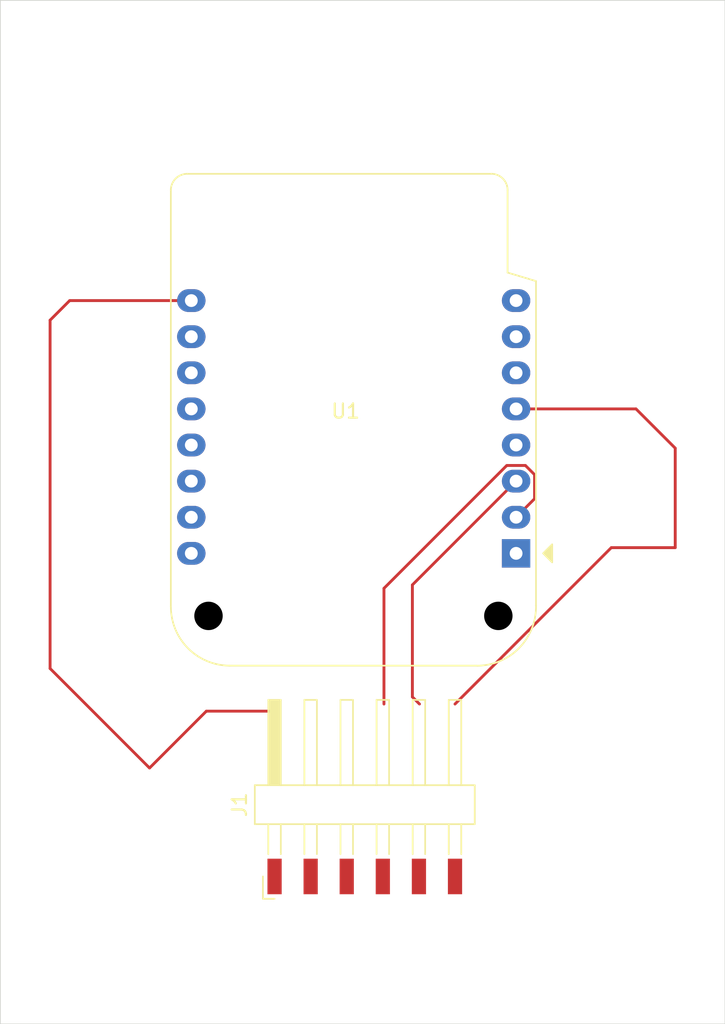
<source format=kicad_pcb>
(kicad_pcb (version 20241229) (generator "pcbnew") (generator_version "9.0")
  (layers (0 "F.Cu" signal) (2 "B.Cu" signal) (13 "F.Paste" user) (15 "B.Paste" user) (5 "F.SilkS" user "F.Silkscreen") (7 "B.SilkS" user "B.Silkscreen") (1 "F.Mask" user) (3 "B.Mask" user) (25 "Edge.Cuts" user))
  (net 0 "")
  (net 7 "unconnected-(U1-D0-Pad5)")
  (net 11 "unconnected-(U1-D2-Pad3)")
  (net 14 "unconnected-(U1-D3-Pad2)")
  (net 22 "unconnected-(U1-VBus-Pad9)")
  (footprint "RF_Module:WEMOS_C3_mini" (layer "F.Cu") (at 148.8 70.4 180)
    (property "Reference" "U1" (at 12 10 0) (layer "F.SilkS"))
    (property "Value" "WEMOS_C3_mini")
    (fp_line (start 24.3 25.547031) (end 24.3 -3.752969) (stroke (width 0.12)) (layer "F.SilkS"))
    (fp_line (start 20.2 -7.9) (end 2.75 -7.9) (stroke (width 0.12)) (layer "F.SilkS"))
    (fp_line (start 1.75 26.69703) (end 23.15 26.69703) (stroke (width 0.12)) (layer "F.SilkS"))
    (fp_line (start 0.6 19.75) (end 0.6 25.547031) (stroke (width 0.12)) (layer "F.SilkS"))
    (fp_line (start 0.6 19.75) (end -1.4 19.15) (stroke (width 0.12)) (layer "F.SilkS"))
    (fp_line (start -1.4 -3.647031) (end -1.4 19.15) (stroke (width 0.12)) (layer "F.SilkS"))
    (fp_arc (start 24.3 25.547031) (mid 23.963172 26.360203) (end 23.15 26.69703) (stroke (width 0.12)) (layer "F.SilkS"))
    (fp_arc (start 20.15 -7.9) (mid 23.082383 -6.685361) (end 24.297 -3.752969) (stroke (width 0.12)) (layer "F.SilkS"))
    (fp_arc (start 1.75 26.7) (mid 0.934727 26.362303) (end 0.59703 25.54703) (stroke (width 0.12)) (layer "F.SilkS"))
    (fp_arc (start -1.4 -3.65) (mid -0.221578 -6.651732) (end 2.75 -7.904246) (stroke (width 0.12)) (layer "F.SilkS"))
    (fp_poly (pts (xy -2.54 -0.635) (xy -2.54 0.635) (xy -1.905 0)) (stroke (width 0.12)) (fill yes) (layer "F.SilkS"))
    (pad "" np_thru_hole circle (at 1.25 -4.4 180) (size 3 3) (drill 2) (layers "*.Mask"))
    (pad "" np_thru_hole circle (at 21.65 -4.4 180) (size 3 3) (drill 2) (layers "*.Mask"))
    (pad "1" thru_hole rect (at 0 0 180) (size 2 2) (drill 0.9) (layers "*.Cu" "*.Mask"))
    (pad "2" thru_hole oval (at 0 2.54 180) (size 2 1.6) (drill 0.9) (layers "*.Cu" "*.Mask") (net 14 "unconnected-(U1-D3-Pad2)"))
    (pad "3" thru_hole oval (at 0 5.08 180) (size 2 1.6) (drill 0.9) (layers "*.Cu" "*.Mask") (net 11 "unconnected-(U1-D2-Pad3)"))
    (pad "4" thru_hole oval (at 0 7.62 180) (size 2 1.6) (drill 0.9) (layers "*.Cu" "*.Mask"))
    (pad "5" thru_hole oval (at 0 10.16 180) (size 2 1.6) (drill 0.9) (layers "*.Cu" "*.Mask") (net 7 "unconnected-(U1-D0-Pad5)"))
    (pad "6" thru_hole oval (at 0 12.7 180) (size 2 1.6) (drill 0.9) (layers "*.Cu" "*.Mask"))
    (pad "7" thru_hole oval (at 0 15.24 180) (size 2 1.6) (drill 0.9) (layers "*.Cu" "*.Mask"))
    (pad "8" thru_hole oval (at 0 17.78 180) (size 2 1.6) (drill 0.9) (layers "*.Cu" "*.Mask"))
    (pad "9" thru_hole oval (at 22.86 17.78 180) (size 2 1.6) (drill 0.9) (layers "*.Cu" "*.Mask") (net 22 "unconnected-(U1-VBus-Pad9)"))
    (pad "10" thru_hole oval (at 22.86 15.24 180) (size 2 1.6) (drill 0.9) (layers "*.Cu" "*.Mask"))
    (pad "11" thru_hole oval (at 22.86 12.7 180) (size 2 1.6) (drill 0.9) (layers "*.Cu" "*.Mask"))
    (pad "12" thru_hole oval (at 22.86 10.16 180) (size 2 1.6) (drill 0.9) (layers "*.Cu" "*.Mask"))
    (pad "13" thru_hole oval (at 22.86 7.62 180) (size 2 1.6) (drill 0.9) (layers "*.Cu" "*.Mask"))
    (pad "14" thru_hole oval (at 22.86 5.08 180) (size 2 1.6) (drill 0.9) (layers "*.Cu" "*.Mask"))
    (pad "15" thru_hole oval (at 22.86 2.54 180) (size 2 1.6) (drill 0.9) (layers "*.Cu" "*.Mask"))
    (pad "16" thru_hole oval (at 22.86 0 180) (size 2 1.6) (drill 0.9) (layers "*.Cu" "*.Mask"))
  )
  (footprint "Connector_Harwin:Harwin_M20-89006xx_1x06_P2.54mm_Horizontal" (layer "F.Cu") (at 138.15 87.605 90)
    (property "Reference" "J1" (at -0.48 -8.82 90) (layer "F.SilkS"))
    (property "Value" "Conn_01x06_Pin")
    (fp_line (start 0.895 -7.74) (end 0.895 7.74) (stroke (width 0.12)) (layer "F.SilkS"))
    (fp_line (start -1.845 -7.74) (end 0.895 -7.74) (stroke (width 0.12)) (layer "F.SilkS"))
    (fp_line (start -7.095 -7.17) (end -5.525 -7.17) (stroke (width 0.12)) (layer "F.SilkS"))
    (fp_line (start 6.895 -6.79) (end 6.895 -5.91) (stroke (width 0.12)) (layer "F.SilkS"))
    (fp_line (start 0.895 -6.79) (end 6.895 -6.79) (stroke (width 0.12)) (layer "F.SilkS"))
    (fp_line (start -3.955 -6.79) (end -1.845 -6.79) (stroke (width 0.12)) (layer "F.SilkS"))
    (fp_line (start -7.095 -6.35) (end -7.095 -7.17) (stroke (width 0.12)) (layer "F.SilkS"))
    (fp_line (start 6.895 -5.91) (end 0.895 -5.91) (stroke (width 0.12)) (layer "F.SilkS"))
    (fp_line (start -3.955 -5.91) (end -1.845 -5.91) (stroke (width 0.12)) (layer "F.SilkS"))
    (fp_line (start 6.895 -4.25) (end 6.895 -3.37) (stroke (width 0.12)) (layer "F.SilkS"))
    (fp_line (start 0.895 -4.25) (end 6.895 -4.25) (stroke (width 0.12)) (layer "F.SilkS"))
    (fp_line (start -3.955 -4.25) (end -1.845 -4.25) (stroke (width 0.12)) (layer "F.SilkS"))
    (fp_line (start 6.895 -3.37) (end 0.895 -3.37) (stroke (width 0.12)) (layer "F.SilkS"))
    (fp_line (start -3.955 -3.37) (end -1.845 -3.37) (stroke (width 0.12)) (layer "F.SilkS"))
    (fp_line (start 6.895 -1.71) (end 6.895 -0.83) (stroke (width 0.12)) (layer "F.SilkS"))
    (fp_line (start 0.895 -1.71) (end 6.895 -1.71) (stroke (width 0.12)) (layer "F.SilkS"))
    (fp_line (start -3.955 -1.71) (end -1.845 -1.71) (stroke (width 0.12)) (layer "F.SilkS"))
    (fp_line (start 6.895 -0.83) (end 0.895 -0.83) (stroke (width 0.12)) (layer "F.SilkS"))
    (fp_line (start -3.955 -0.83) (end -1.845 -0.83) (stroke (width 0.12)) (layer "F.SilkS"))
    (fp_line (start 6.895 0.83) (end 6.895 1.71) (stroke (width 0.12)) (layer "F.SilkS"))
    (fp_line (start 0.895 0.83) (end 6.895 0.83) (stroke (width 0.12)) (layer "F.SilkS"))
    (fp_line (start -3.955 0.83) (end -1.845 0.83) (stroke (width 0.12)) (layer "F.SilkS"))
    (fp_line (start 6.895 1.71) (end 0.895 1.71) (stroke (width 0.12)) (layer "F.SilkS"))
    (fp_line (start -3.955 1.71) (end -1.845 1.71) (stroke (width 0.12)) (layer "F.SilkS"))
    (fp_line (start 6.895 3.37) (end 6.895 4.25) (stroke (width 0.12)) (layer "F.SilkS"))
    (fp_line (start 0.895 3.37) (end 6.895 3.37) (stroke (width 0.12)) (layer "F.SilkS"))
    (fp_line (start -3.955 3.37) (end -1.845 3.37) (stroke (width 0.12)) (layer "F.SilkS"))
    (fp_line (start 6.895 4.25) (end 0.895 4.25) (stroke (width 0.12)) (layer "F.SilkS"))
    (fp_line (start -3.955 4.25) (end -1.845 4.25) (stroke (width 0.12)) (layer "F.SilkS"))
    (fp_line (start 6.895 5.91) (end 6.895 6.79) (stroke (width 0.12)) (layer "F.SilkS"))
    (fp_line (start 0.895 5.91) (end 6.895 5.91) (stroke (width 0.12)) (layer "F.SilkS"))
    (fp_line (start -3.955 5.91) (end -1.845 5.91) (stroke (width 0.12)) (layer "F.SilkS"))
    (fp_line (start 6.895 6.79) (end 0.895 6.79) (stroke (width 0.12)) (layer "F.SilkS"))
    (fp_line (start -3.955 6.79) (end -1.845 6.79) (stroke (width 0.12)) (layer "F.SilkS"))
    (fp_line (start 0.895 7.74) (end -1.845 7.74) (stroke (width 0.12)) (layer "F.SilkS"))
    (fp_line (start -1.845 7.74) (end -1.845 -7.74) (stroke (width 0.12)) (layer "F.SilkS"))
    (pad "" smd rect (at 3.895 -6.35 90) (size 6 0.76) (layers "F.SilkS"))
    (pad "1" smd rect (at -5.525 -6.35 90) (size 2.5 1) (layers "F.Cu" "F.Mask" "F.Paste"))
    (pad "2" smd rect (at -5.525 -3.81 90) (size 2.5 1) (layers "F.Cu" "F.Mask" "F.Paste"))
    (pad "3" smd rect (at -5.525 -1.27 90) (size 2.5 1) (layers "F.Cu" "F.Mask" "F.Paste"))
    (pad "4" smd rect (at -5.525 1.27 90) (size 2.5 1) (layers "F.Cu" "F.Mask" "F.Paste"))
    (pad "5" smd rect (at -5.525 3.81 90) (size 2.5 1) (layers "F.Cu" "F.Mask" "F.Paste"))
    (pad "6" smd rect (at -5.525 6.35 90) (size 2.5 1) (layers "F.Cu" "F.Mask" "F.Paste"))
  )
  (gr_rect (start 112.5 31.5) (end 163.5 103.5) (stroke (width 0.05)) (fill no) (layer "Edge.Cuts"))
  (segment (start 158.5 61.5) (end 160 63) (width 0.2) (layer "F.Cu") (net 7))
  (segment (start 155.5 70) (end 144.5 81) (width 0.2) (layer "F.Cu") (net 7))
  (segment (start 148.8 60.24) (end 157.24 60.24) (width 0.2) (layer "F.Cu") (net 7))
  (segment (start 160 63) (end 160 70) (width 0.2) (layer "F.Cu") (net 7))
  (segment (start 157.24 60.24) (end 158.5 61.5) (width 0.2) (layer "F.Cu") (net 7))
  (segment (start 160 70) (end 155.5 70) (width 0.2) (layer "F.Cu") (net 7))
  (segment (start 148.8 65.32) (end 141.5 72.62) (width 0.2) (layer "F.Cu") (net 11))
  (segment (start 141.5 72.62) (end 141.5 80.5) (width 0.2) (layer "F.Cu") (net 11))
  (segment (start 141.5 80.5) (end 142 81) (width 0.2) (layer "F.Cu") (net 11))
  (segment (start 149.456049 64.219) (end 148.143951 64.219) (width 0.2) (layer "F.Cu") (net 14))
  (segment (start 139.5 72.862951) (end 139.5 81) (width 0.2) (layer "F.Cu") (net 14))
  (segment (start 150.101 66.559) (end 150.101 64.863951) (width 0.2) (layer "F.Cu") (net 14))
  (segment (start 148.8 67.86) (end 150.101 66.559) (width 0.2) (layer "F.Cu") (net 14))
  (segment (start 148.143951 64.219) (end 139.5 72.862951) (width 0.2) (layer "F.Cu") (net 14))
  (segment (start 150.101 64.863951) (end 149.456049 64.219) (width 0.2) (layer "F.Cu") (net 14))
  (segment (start 123 85.5) (end 127 81.5) (width 0.2) (layer "F.Cu") (net 22))
  (segment (start 116 78.5) (end 123 85.5) (width 0.2) (layer "F.Cu") (net 22))
  (segment (start 125.94 52.62) (end 117.38 52.62) (width 0.2) (layer "F.Cu") (net 22))
  (segment (start 127 81.5) (end 132 81.5) (width 0.2) (layer "F.Cu") (net 22))
  (segment (start 117.38 52.62) (end 116 54) (width 0.2) (layer "F.Cu") (net 22))
  (segment (start 116 54) (end 116 78.5) (width 0.2) (layer "F.Cu") (net 22))
)
</source>
